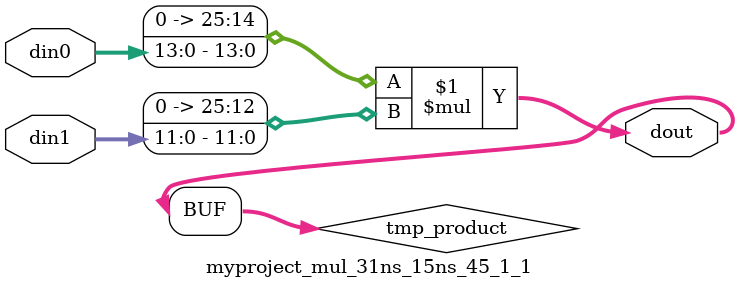
<source format=v>

`timescale 1 ns / 1 ps

  module myproject_mul_31ns_15ns_45_1_1(din0, din1, dout);
parameter ID = 1;
parameter NUM_STAGE = 0;
parameter din0_WIDTH = 14;
parameter din1_WIDTH = 12;
parameter dout_WIDTH = 26;

input [din0_WIDTH - 1 : 0] din0; 
input [din1_WIDTH - 1 : 0] din1; 
output [dout_WIDTH - 1 : 0] dout;

wire signed [dout_WIDTH - 1 : 0] tmp_product;










assign tmp_product = $signed({1'b0, din0}) * $signed({1'b0, din1});











assign dout = tmp_product;







endmodule

</source>
